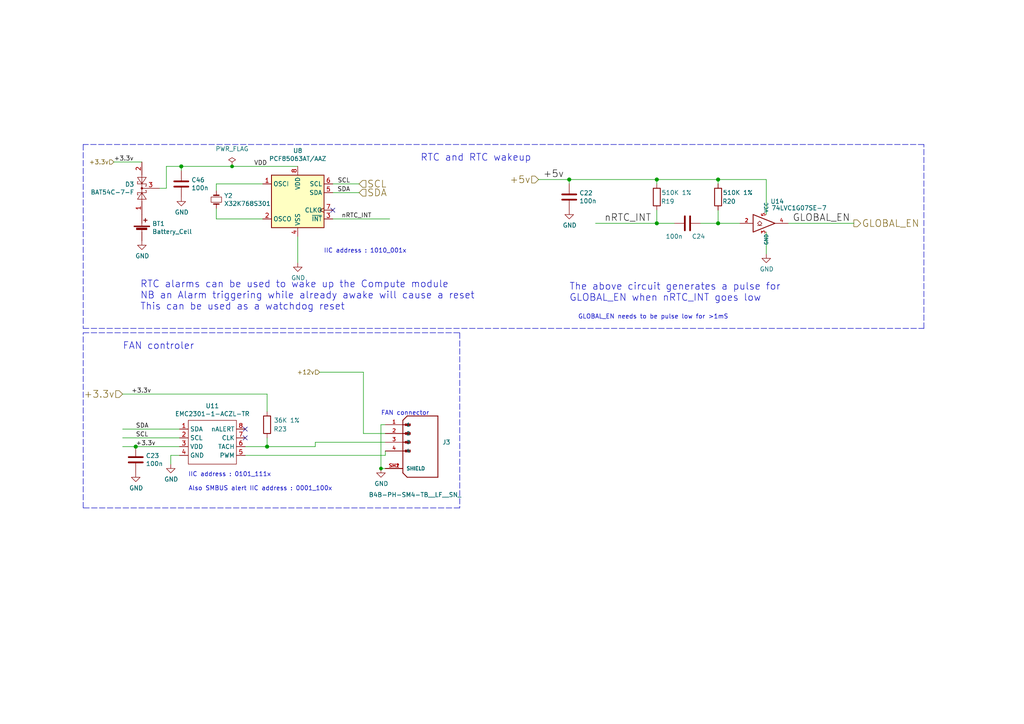
<source format=kicad_sch>
(kicad_sch (version 20250114) (generator "eeschema") (generator_version "9.0")
  (paper "A4")
  (title_block (title "Compute Module 4 - RTC & FAN") (rev "1") (company "Team Fire 180DA/DW"))
  (lib_symbols
    (symbol "B4B-PH-SM4-TB__LF__SN_:B4B-PH-SM4-TB__LF__SN_" (pin_names (offset 1.016))
      (property "Reference" "J" (at 0 8.89 0))
      (property "Value" "B4B-PH-SM4-TB__LF__SN_" (at 0 -12.7 0))
      (symbol "B4B-PH-SM4-TB__LF__SN__0_0"
        (polyline (pts (xy 0 6.35) (xy 0 -8.89)) (stroke (width 0.254)))
        (polyline (pts (xy 0 6.35) (xy 1.27 7.62)) (stroke (width 0.254)))
        (polyline (pts (xy 0 5.08) (xy 1.905 5.08)) (stroke (width 0.254)))
        (polyline (pts (xy 0 2.54) (xy 1.905 2.54)) (stroke (width 0.254)))
        (polyline (pts (xy 0 0) (xy 1.905 0)) (stroke (width 0.254)))
        (polyline (pts (xy 0 -2.54) (xy 1.905 -2.54)) (stroke (width 0.254)))
        (polyline (pts (xy 0 -8.89) (xy 1.27 -10.16)) (stroke (width 0.254)))
        (rectangle (start 0.635 4.7625) (end 2.2225 5.3975) (stroke (width 0.1)) (fill (type outline)))
        (rectangle (start 0.635 2.2225) (end 2.2225 2.8575) (stroke (width 0.1)) (fill (type outline)))
        (rectangle (start 0.635 -0.3175) (end 2.2225 0.3175) (stroke (width 0.1)) (fill (type outline)))
        (rectangle (start 0.635 -2.8575) (end 2.2225 -2.2225) (stroke (width 0.1)) (fill (type outline)))
        (polyline (pts (xy 1.27 -10.16) (xy 10.16 -10.16)) (stroke (width 0.254)))
        (polyline (pts (xy 10.16 7.62) (xy 1.27 7.62)) (stroke (width 0.254)))
        (polyline (pts (xy 10.16 -10.16) (xy 10.16 7.62)) (stroke (width 0.254)))
        (pin passive line (at -5.08 5.08 0) (length 5.08) (name "1") (number "1"))
        (pin passive line (at -5.08 2.54 0) (length 5.08) (name "2") (number "2"))
        (pin passive line (at -5.08 0 0) (length 5.08) (name "3") (number "3"))
        (pin passive line (at -5.08 -2.54 0) (length 5.08) (name "4") (number "4"))
        (pin passive line (at -5.08 -7.62 0) (length 5.08) (name "SHIELD") (number "SH1"))
        (pin passive line (at -5.08 -7.62 0) (length 5.08) (name "SHIELD") (number "SH2"))
      )
    )
    (symbol "CM4IO:74LVC1G07_copy"
      (property "Reference" "U" (at -2.54 3.81 0))
      (property "Value" "74LVC1G07_copy" (at 0 -3.81 0))
      (symbol "74LVC1G07_copy_0_1"
        (polyline (pts (xy -3.81 2.54) (xy -3.81 -2.54) (xy 2.54 0) (xy -3.81 2.54)) (stroke (width 0.254)))
        (polyline (pts (xy -2.54 -0.635) (xy -1.27 -0.635)))
        (polyline (pts (xy -1.905 0.635) (xy -2.54 0) (xy -1.905 -0.635) (xy -1.27 0) (xy -1.905 0.635)))
      )
      (symbol "74LVC1G07_copy_1_1"
        (pin input line (at -7.62 0 0) (length 3.81) (name "~") (number "2"))
        (pin power_in line (at 0 2.54 90) (length 0) (name "VCC") (number "5"))
        (pin power_in line (at 0 -2.54 270) (length 0) (name "GND") (number "3"))
        (pin open_collector line (at 6.35 0 180) (length 3.81) (name "~") (number "4"))
      )
    )
    (symbol "CM4IO:EMC2301"
      (property "Reference" "U" (at -7.62 13.97 0))
      (property "Value" "EMC2301" (at -1.27 -1.27 0))
      (symbol "EMC2301_0_0"
        (pin open_collector line (at -11.43 10.16 0) (length 2.54) (name "SDA") (number "1"))
        (pin open_collector line (at -11.43 7.62 0) (length 2.54) (name "SCL") (number "2"))
        (pin power_in line (at -11.43 5.08 0) (length 2.54) (name "VDD") (number "3"))
        (pin power_in line (at -11.43 2.54 0) (length 2.54) (name "GND") (number "4"))
        (pin open_collector line (at 7.62 10.16 180) (length 2.54) (name "nALERT") (number "8"))
        (pin input line (at 7.62 7.62 180) (length 2.54) (name "CLK") (number "7"))
        (pin input line (at 7.62 5.08 180) (length 2.54) (name "TACH") (number "6"))
        (pin output line (at 7.62 2.54 180) (length 2.54) (name "PWM") (number "5"))
      )
      (symbol "EMC2301_0_1"
        (rectangle (start -8.89 12.7) (end 5.08 0))
      )
    )
    (symbol "Device:Battery_Cell" (pin_numbers (hide yes)) (pin_names (offset 0) (hide yes))
      (property "Reference" "BT" (at 2.54 2.54 0))
      (property "Value" "Battery_Cell" (at 2.54 0 0))
      (symbol "Battery_Cell_0_1"
        (rectangle (start -2.286 1.778) (end 2.286 1.524) (fill (type outline)))
        (rectangle (start -1.5748 1.1938) (end 1.4732 0.6858) (fill (type outline)))
        (polyline (pts (xy 0 1.778) (xy 0 2.54)))
        (polyline (pts (xy 0 0.762) (xy 0 0)))
        (polyline (pts (xy 0.508 3.429) (xy 1.524 3.429)) (stroke (width 0.254)))
        (polyline (pts (xy 1.016 3.937) (xy 1.016 2.921)) (stroke (width 0.254)))
      )
      (symbol "Battery_Cell_1_1"
        (pin passive line (at 0 5.08 270) (length 2.54) (name "+") (number "1"))
        (pin passive line (at 0 -2.54 90) (length 2.54) (name "-") (number "2"))
      )
    )
    (symbol "Device:C" (pin_numbers (hide yes)) (pin_names (offset 0.254))
      (property "Reference" "C" (at 0.635 2.54 0))
      (property "Value" "C" (at 0.635 -2.54 0))
      (symbol "C_0_1"
        (polyline (pts (xy -2.032 0.762) (xy 2.032 0.762)) (stroke (width 0.508)))
        (polyline (pts (xy -2.032 -0.762) (xy 2.032 -0.762)) (stroke (width 0.508)))
      )
      (symbol "C_1_1"
        (pin passive line (at 0 3.81 270) (length 2.794) (name "~") (number "1"))
        (pin passive line (at 0 -3.81 90) (length 2.794) (name "~") (number "2"))
      )
    )
    (symbol "Device:Crystal_Small" (pin_numbers (hide yes)) (pin_names (hide yes))
      (property "Reference" "Y" (at 0 2.54 0))
      (property "Value" "Crystal_Small" (at 0 -2.54 0))
      (symbol "Crystal_Small_0_1"
        (polyline (pts (xy -1.27 -0.762) (xy -1.27 0.762)) (stroke (width 0.381)))
        (rectangle (start -0.762 -1.524) (end 0.762 1.524))
        (polyline (pts (xy 1.27 -0.762) (xy 1.27 0.762)) (stroke (width 0.381)))
      )
      (symbol "Crystal_Small_1_1"
        (pin passive line (at -2.54 0 0) (length 1.27) (name "1") (number "1"))
        (pin passive line (at 2.54 0 180) (length 1.27) (name "2") (number "2"))
      )
    )
    (symbol "Device:R" (pin_numbers (hide yes)) (pin_names (offset 0))
      (property "Reference" "R" (at 2.032 0 90))
      (property "Value" "R" (at 0 0 90))
      (symbol "R_0_1"
        (rectangle (start -1.016 -2.54) (end 1.016 2.54) (stroke (width 0.254)))
      )
      (symbol "R_1_1"
        (pin passive line (at 0 3.81 270) (length 1.27) (name "~") (number "1"))
        (pin passive line (at 0 -3.81 90) (length 1.27) (name "~") (number "2"))
      )
    )
    (symbol "Diode:BAT54C"
      (property "Reference" "D" (at 0.635 -3.81 0))
      (property "Value" "BAT54C" (at -6.35 3.175 0))
      (symbol "BAT54C_0_1"
        (polyline (pts (xy -3.175 -1.27) (xy -3.175 1.27) (xy -1.27 0) (xy -3.175 -1.27)))
        (polyline (pts (xy -1.905 1.27) (xy -1.905 1.016)))
        (polyline (pts (xy -1.905 0) (xy 1.905 0)))
        (polyline (pts (xy -1.27 1.27) (xy -1.905 1.27)))
        (polyline (pts (xy -1.27 1.27) (xy -1.27 -1.27)))
        (polyline (pts (xy -1.27 0) (xy -3.81 0)))
        (polyline (pts (xy -1.27 -1.27) (xy -0.635 -1.27)))
        (polyline (pts (xy -0.635 -1.27) (xy -0.635 -1.016)))
        (circle (center 0 0) (radius 0.254) (fill (type outline)))
        (polyline (pts (xy 0.635 -1.27) (xy 0.635 -1.016)))
        (polyline (pts (xy 1.27 1.27) (xy 1.27 -1.27)))
        (polyline (pts (xy 1.27 1.27) (xy 1.905 1.27)))
        (polyline (pts (xy 1.27 -1.27) (xy 0.635 -1.27)))
        (polyline (pts (xy 1.905 1.27) (xy 1.905 1.016)))
        (polyline (pts (xy 3.175 -1.27) (xy 3.175 1.27) (xy 1.27 0) (xy 3.175 -1.27)))
        (polyline (pts (xy 3.81 0) (xy 1.27 0)))
      )
      (symbol "BAT54C_1_1"
        (pin passive line (at -7.62 0 0) (length 3.81) (name "~") (number "1"))
        (pin passive line (at 0 -5.08 90) (length 5.08) (name "~") (number "3"))
        (pin passive line (at 7.62 0 180) (length 3.81) (name "~") (number "2"))
      )
    )
    (symbol "Timer_RTC:PCF8563T"
      (property "Reference" "U" (at -7.62 8.89 0))
      (property "Value" "PCF8563T" (at 2.54 8.89 0))
      (symbol "PCF8563T_0_1"
        (rectangle (start -7.62 7.62) (end 7.62 -7.62) (stroke (width 0.254)) (fill (type background)))
      )
      (symbol "PCF8563T_1_1"
        (pin input line (at -10.16 5.08 0) (length 2.54) (name "OSCI") (number "1"))
        (pin output line (at -10.16 -5.08 0) (length 2.54) (name "OSCO") (number "2"))
        (pin power_in line (at 0 10.16 270) (length 2.54) (name "VDD") (number "8"))
        (pin power_in line (at 0 -10.16 90) (length 2.54) (name "VSS") (number "4"))
        (pin input line (at 10.16 5.08 180) (length 2.54) (name "SCL") (number "6"))
        (pin bidirectional line (at 10.16 2.54 180) (length 2.54) (name "SDA") (number "5"))
        (pin output clock (at 10.16 -2.54 180) (length 2.54) (name "CLKO") (number "7"))
        (pin output line (at 10.16 -5.08 180) (length 2.54) (name "~{INT}") (number "3"))
      )
    )
    (symbol "power:GND" (power) (pin_names (offset 0))
      (property "Value" "GND" (at 0 -3.81 0))
      (symbol "GND_0_1"
        (polyline (pts (xy 0 0) (xy 0 -1.27) (xy 1.27 -1.27) (xy 0 -2.54) (xy -1.27 -1.27) (xy 0 -1.27)))
      )
      (symbol "GND_1_1"
        (pin power_in line (at 0 0 270) (length 0) (hide yes) (name "GND") (number "1"))
      )
    )
    (symbol "power:PWR_FLAG" (power) (pin_numbers (hide yes)) (pin_names (offset 0) (hide yes))
      (property "Value" "PWR_FLAG" (at 0 3.81 0))
      (symbol "PWR_FLAG_0_0"
        (pin power_out line (at 0 0 90) (length 0) (name "~") (number "1"))
      )
      (symbol "PWR_FLAG_0_1"
        (polyline (pts (xy 0 0) (xy 0 1.27) (xy -1.016 1.905) (xy 0 2.54) (xy 1.016 1.905) (xy 0 1.27)))
      )
    )
  )
  (text "FAN controler" (at 35.56 101.6 0) (effects (font (size 2.0066 2.0066)) (justify left bottom)))
  (text "RTC alarms can be used to wake up the Compute module\nNB an Alarm triggering while already awake will cause a reset \nThis can be used as a watchdog reset " (at 40.64 90.17 0) (effects (font (size 2.0066 2.0066)) (justify left bottom)))
  (text "RTC and RTC wakeup" (at 121.92 46.99 0) (effects (font (size 2.0066 2.0066)) (justify left bottom)))
  (text "IIC address : 1010_001x" (at 93.9038 73.5838 0) (effects (font (size 1.27 1.27)) (justify left bottom)))
  (text "IIC address : 0101_111x" (at 54.61 138.43 0) (effects (font (size 1.27 1.27)) (justify left bottom)))
  (text "Also SMBUS alert IIC address : 0001_100x" (at 54.6354 142.5194 0) (effects (font (size 1.27 1.27)) (justify left bottom)))
  (text "GLOBAL_EN needs to be pulse low for >1mS" (at 167.64 92.71 0) (effects (font (size 1.27 1.27)) (justify left bottom)))
  (text "FAN connector\n" (at 110.49 120.65 0) (effects (font (size 1.27 1.27)) (justify left bottom)))
  (text "The above circuit generates a pulse for\nGLOBAL_EN when nRTC_INT goes low" (at 165.1 87.63 0) (effects (font (size 2.0066 2.0066)) (justify left bottom)))
  (junction (at 165.1 52.07) (diameter 1.016))
  (junction (at 208.28 64.77) (diameter 1.016))
  (junction (at 190.5 64.77) (diameter 1.016))
  (junction (at 77.47 129.54) (diameter 1.016))
  (junction (at 39.37 129.54) (diameter 1.016))
  (junction (at 67.31 48.26))
  (junction (at 190.5 52.07) (diameter 1.016))
  (junction (at 110.49 135.89))
  (junction (at 208.28 52.07) (diameter 1.016))
  (junction (at 52.578 48.26) (diameter 1.016))
  (no_connect (at 71.12 124.46))
  (no_connect (at 96.52 60.96))
  (no_connect (at 71.12 127))
  (wire (pts (xy 35.56 114.3) (xy 77.47 114.3)))
  (wire (pts (xy 208.28 64.77) (xy 208.28 60.96)))
  (wire (pts (xy 111.76 128.27) (xy 91.44 128.27)))
  (wire (pts (xy 62.738 53.34) (xy 76.2 53.34)))
  (wire (pts (xy 52.578 48.26) (xy 67.31 48.26)))
  (wire (pts (xy 86.36 68.58) (xy 86.36 76.2)))
  (wire (pts (xy 105.41 107.95) (xy 92.71 107.95)))
  (wire (pts (xy 190.5 52.07) (xy 190.5 53.34)))
  (wire (pts (xy 48.26 48.26) (xy 52.578 48.26)))
  (wire (pts (xy 91.44 128.27) (xy 91.44 129.54)))
  (wire (pts (xy 52.578 48.26) (xy 52.578 49.5554)))
  (wire (pts (xy 52.07 124.46) (xy 35.56 124.46)))
  (wire (pts (xy 110.49 135.89) (xy 111.76 135.89)))
  (polyline (pts (xy 133.35 147.32) (xy 24.13 147.32)) (stroke (width 0) (type dash)))
  (wire (pts (xy 190.5 64.77) (xy 195.58 64.77)))
  (wire (pts (xy 46.228 54.61) (xy 48.26 54.61)))
  (polyline (pts (xy 24.13 41.91) (xy 24.13 95.25)) (stroke (width 0) (type dash)))
  (wire (pts (xy 62.738 63.5) (xy 62.738 60.452)))
  (polyline (pts (xy 24.13 147.32) (xy 24.13 96.52)) (stroke (width 0) (type dash)))
  (wire (pts (xy 190.5 64.77) (xy 190.5 60.96)))
  (wire (pts (xy 208.28 52.07) (xy 222.25 52.07)))
  (wire (pts (xy 222.25 52.07) (xy 222.25 62.23)))
  (wire (pts (xy 77.47 114.3) (xy 77.47 119.38)))
  (wire (pts (xy 208.28 64.77) (xy 214.63 64.77)))
  (wire (pts (xy 156.21 52.07) (xy 165.1 52.07)))
  (wire (pts (xy 104.14 53.34) (xy 96.52 53.34)))
  (wire (pts (xy 48.26 54.61) (xy 48.26 48.26)))
  (polyline (pts (xy 133.35 96.52) (xy 133.35 147.32)) (stroke (width 0) (type dash)))
  (wire (pts (xy 203.2 64.77) (xy 208.28 64.77)))
  (wire (pts (xy 33.02 46.99) (xy 41.148 46.99)))
  (wire (pts (xy 172.72 64.77) (xy 190.5 64.77)))
  (wire (pts (xy 76.2 63.5) (xy 62.738 63.5)))
  (wire (pts (xy 39.37 129.54) (xy 35.56 129.54)))
  (wire (pts (xy 67.31 48.26) (xy 86.36 48.26)))
  (wire (pts (xy 111.76 125.73) (xy 105.41 125.73)))
  (wire (pts (xy 77.47 129.54) (xy 77.47 127)))
  (wire (pts (xy 228.6 64.77) (xy 247.65 64.77)))
  (wire (pts (xy 190.5 52.07) (xy 208.28 52.07)))
  (wire (pts (xy 105.41 107.95) (xy 105.41 125.73)))
  (wire (pts (xy 165.1 52.07) (xy 190.5 52.07)))
  (wire (pts (xy 111.76 123.19) (xy 110.49 123.19)))
  (wire (pts (xy 165.1 53.34) (xy 165.1 52.07)))
  (wire (pts (xy 222.25 67.31) (xy 222.25 73.66)))
  (wire (pts (xy 104.14 55.88) (xy 96.52 55.88)))
  (wire (pts (xy 77.47 129.54) (xy 91.44 129.54)))
  (wire (pts (xy 71.12 129.54) (xy 77.47 129.54)))
  (wire (pts (xy 49.53 132.08) (xy 49.53 134.62)))
  (wire (pts (xy 110.49 123.19) (xy 110.49 135.89)))
  (wire (pts (xy 208.28 52.07) (xy 208.28 53.34)))
  (wire (pts (xy 71.12 132.08) (xy 111.76 132.08)))
  (polyline (pts (xy 24.13 95.25) (xy 267.97 95.25)) (stroke (width 0) (type dash)))
  (wire (pts (xy 96.52 63.5) (xy 113.03 63.5)))
  (wire (pts (xy 62.738 53.34) (xy 62.738 55.372)))
  (wire (pts (xy 111.76 132.08) (xy 111.76 130.81)))
  (polyline (pts (xy 267.97 95.25) (xy 267.97 41.91)) (stroke (width 0) (type dash)))
  (wire (pts (xy 52.07 129.54) (xy 39.37 129.54)))
  (polyline (pts (xy 267.97 41.91) (xy 24.13 41.91)) (stroke (width 0) (type dash)))
  (wire (pts (xy 52.07 127) (xy 35.56 127)))
  (wire (pts (xy 52.07 132.08) (xy 49.53 132.08)))
  (polyline (pts (xy 24.13 96.52) (xy 133.35 96.52)) (stroke (width 0) (type dash)))
  (label "+5v" (at 157.48 52.07 0) (effects (font (size 2.0066 2.0066))))
  (label "SDA" (at 39.37 124.46 0))
  (label "SDA" (at 101.6 55.88 180))
  (label "SCL" (at 101.6 53.34 180))
  (label "+3.3v" (at 39.37 129.54 0))
  (label "SCL" (at 39.37 127 0))
  (label "GLOBAL_EN" (at 229.87 64.77 0) (effects (font (size 2.0066 2.0066))))
  (label "nRTC_INT" (at 99.06 63.5 0))
  (label "+3.3v" (at 38.1 114.3 0))
  (label "nRTC_INT" (at 175.26 64.77 0) (effects (font (size 2.0066 2.0066))))
  (label "VDD" (at 73.66 48.26 0))
  (label "+3.3v" (at 33.02 46.99 0))
  (hierarchical_label "+5v" (shape input) (at 156.21 52.07 180) (effects (font (size 2.0066 2.0066))))
  (hierarchical_label "+12v" (shape input) (at 92.71 107.95 180))
  (hierarchical_label "+3.3v" (shape input) (at 35.56 114.3 180) (effects (font (size 2.0066 2.0066))))
  (hierarchical_label "+3.3v" (shape input) (at 33.02 46.99 180))
  (hierarchical_label "SCL" (shape input) (at 104.14 53.34 0) (effects (font (size 2.0066 2.0066))))
  (hierarchical_label "SDA" (shape input) (at 104.14 55.88 0) (effects (font (size 2.0066 2.0066))))
  (hierarchical_label "GLOBAL_EN" (shape output) (at 247.65 64.77 0) (effects (font (size 2.0066 2.0066))))
  (symbol (lib_id "CM4IO:EMC2301") (at 63.5 134.62 0) (unit 1)
    (property "Reference" "U11" (at 61.595 117.729 0))
    (property "Value" "EMC2301-1-ACZL-TR" (at 61.595 120.0404 0))
    (property "Footprint" "Package_SO:MSOP-8_3x3mm_P0.65mm" (effects (hide yes)))
    (property "Datasheet" "https://ww1.microchip.com/downloads/en/DeviceDoc/2301.pdf" (effects (hide yes)))
    (property "Field4" "Digikey" (effects (hide yes)))
    (property "Field5" "EMC2301-1-ACZL-CT-ND" (effects (hide yes)))
    (property "Field6" "EMC2301-1-ACZL-TR" (effects (hide yes)))
    (property "Field7" "Microchip" (effects (hide yes)))
    (property "Part Description" "Motor Driver PWM 8-MSOP" (effects (hide yes)))
  )
  (symbol (lib_id "Device:C") (at 39.37 133.35 0) (unit 1)
    (property "Reference" "C23" (at 42.291 132.1816 0) (effects (justify left)))
    (property "Value" "100n" (at 42.291 134.493 0) (effects (justify left)))
    (property "Footprint" "Capacitor_SMD:C_0402_1005Metric" (effects (hide yes)))
    (property "Datasheet" "https://search.murata.co.jp/Ceramy/image/img/A01X/G101/ENG/GRM155R71C104KA88-01.pdf" (effects (hide yes)))
    (property "Field4" "Farnell" (effects (hide yes)))
    (property "Field5" "2611911" (effects (hide yes)))
    (property "Field6" "RM EMK105 B7104KV-F" (effects (hide yes)))
    (property "Field7" "TAIYO YUDEN EUROPE GMBH" (effects (hide yes)))
    (property "Part Description" "	0.1uF 10% 16V Ceramic Capacitor X7R 0402 (1005 Metric)" (effects (hide yes)))
    (property "Field8" "110091611" (effects (hide yes)))
  )
  (symbol (lib_id "power:GND") (at 39.37 137.16 0) (unit 1)
    (property "Reference" "#PWR032" (effects (hide yes)))
    (property "Value" "GND" (at 39.497 141.5542 0))
  )
  (symbol (lib_id "power:GND") (at 110.49 135.89 0) (unit 1)
    (property "Reference" "#PWR035" (effects (hide yes)))
    (property "Value" "GND" (at 110.617 140.2842 0))
  )
  (symbol (lib_id "power:GND") (at 86.36 76.2 0) (unit 1)
    (property "Reference" "#PWR028" (effects (hide yes)))
    (property "Value" "GND" (at 86.487 80.5942 0))
  )
  (symbol (lib_id "Device:Battery_Cell") (at 41.148 67.31 0) (unit 1)
    (property "Reference" "BT1" (at 44.1452 64.8716 0) (effects (justify left)))
    (property "Value" "Battery_Cell" (at 44.1452 67.183 0) (effects (justify left)))
    (property "Footprint" "Battery:BatteryHolder_Keystone_3034_1x20mm" (effects (hide yes)))
    (property "Datasheet" "https://www.keyelco.com/userAssets/file/M65p9.pdf" (effects (hide yes)))
    (property "Field4" "Digikey" (effects (hide yes)))
    (property "Field5" "36-3034-ND" (effects (hide yes)))
    (property "Field6" "3034" (effects (hide yes)))
    (property "Field7" "Keystone" (effects (hide yes)))
    (property "Part Description" "	Battery Retainer Coin, 20.0mm 1 Cell SMD (SMT) Tab" (effects (hide yes)))
  )
  (symbol (lib_id "power:GND") (at 41.148 69.85 0) (unit 1)
    (property "Reference" "#PWR030" (effects (hide yes)))
    (property "Value" "GND" (at 41.275 74.2442 0))
  )
  (symbol (lib_id "CM4IO:74LVC1G07_copy") (at 222.25 64.77 0) (unit 1)
    (property "Reference" "U14" (at 225.425 58.42 0))
    (property "Value" "74LVC1G07SE-7" (at 231.775 60.325 0))
    (property "Footprint" "Package_TO_SOT_SMD:SOT-353_SC-70-5" (effects (hide yes)))
    (property "Datasheet" "https://www.diodes.com/assets/Datasheets/74LVC1G07.pdf" (effects (hide yes)))
    (property "Field4" "Farnell" (effects (hide yes)))
    (property "Field5" "2425492" (effects (hide yes)))
    (property "Field6" "74LVC1G07SE-7" (effects (hide yes)))
    (property "Field7" "Diodes" (effects (hide yes)))
    (property "Part Description" "Buffer, Non-Inverting 1 Element 1 Bit per Element Open Drain Output SOT-353" (effects (hide yes)))
  )
  (symbol (lib_id "Device:R") (at 190.5 57.15 180) (unit 1)
    (property "Reference" "R19" (at 193.675 58.42 0))
    (property "Value" "510K 1%" (at 196.215 55.88 0))
    (property "Footprint" "Resistor_SMD:R_0402_1005Metric" (effects (hide yes)))
    (property "Datasheet" "https://fscdn.rohm.com/en/products/databook/datasheet/passive/resistor/chip_resistor/mcr-e.pdf" (effects (hide yes)))
    (property "Field4" "Farnell" (effects (hide yes)))
    (property "Field5" "1458807" (effects (hide yes)))
    (property "Field7" "Rohm" (effects (hide yes)))
    (property "Field6" "MCR01MZPF5103" (effects (hide yes)))
    (property "Part Description" "Resistor 510K M1005 1% 63mW" (effects (hide yes)))
  )
  (symbol (lib_id "Device:R") (at 208.28 57.15 180) (unit 1)
    (property "Reference" "R20" (at 211.455 58.42 0))
    (property "Value" "510K 1%" (at 213.995 55.88 0))
    (property "Footprint" "Resistor_SMD:R_0402_1005Metric" (effects (hide yes)))
    (property "Datasheet" "https://fscdn.rohm.com/en/products/databook/datasheet/passive/resistor/chip_resistor/mcr-e.pdf" (effects (hide yes)))
    (property "Field4" "Farnell" (effects (hide yes)))
    (property "Field5" "1458807" (effects (hide yes)))
    (property "Field7" "Rohm" (effects (hide yes)))
    (property "Field6" "MCR01MZPF5103" (effects (hide yes)))
    (property "Part Description" "Resistor 510K M1005 1% 63mW" (effects (hide yes)))
  )
  (symbol (lib_id "power:GND") (at 49.53 134.62 0) (unit 1)
    (property "Reference" "#PWR033" (effects (hide yes)))
    (property "Value" "GND" (at 49.657 139.0142 0))
  )
  (symbol (lib_id "Device:C") (at 165.1 57.15 0) (unit 1)
    (property "Reference" "C22" (at 168.021 55.9816 0) (effects (justify left)))
    (property "Value" "100n" (at 168.021 58.293 0) (effects (justify left)))
    (property "Footprint" "Capacitor_SMD:C_0402_1005Metric" (effects (hide yes)))
    (property "Datasheet" "https://search.murata.co.jp/Ceramy/image/img/A01X/G101/ENG/GRM155R71C104KA88-01.pdf" (effects (hide yes)))
    (property "Field4" "Farnell" (effects (hide yes)))
    (property "Field5" "2611911" (effects (hide yes)))
    (property "Field6" "RM EMK105 B7104KV-F" (effects (hide yes)))
    (property "Field7" "TAIYO YUDEN EUROPE GMBH" (effects (hide yes)))
    (property "Part Description" "	0.1uF 10% 16V Ceramic Capacitor X7R 0402 (1005 Metric)" (effects (hide yes)))
    (property "Field8" "110091611" (effects (hide yes)))
  )
  (symbol (lib_id "Device:C") (at 199.39 64.77 270) (unit 1)
    (property "Reference" "C24" (at 200.66 68.58 90) (effects (justify left)))
    (property "Value" "100n" (at 193.04 68.58 90) (effects (justify left)))
    (property "Footprint" "Capacitor_SMD:C_0402_1005Metric" (effects (hide yes)))
    (property "Datasheet" "https://search.murata.co.jp/Ceramy/image/img/A01X/G101/ENG/GRM155R71C104KA88-01.pdf" (effects (hide yes)))
    (property "Field4" "Farnell" (effects (hide yes)))
    (property "Field5" "2611911" (effects (hide yes)))
    (property "Field6" "RM EMK105 B7104KV-F" (effects (hide yes)))
    (property "Field7" "TAIYO YUDEN EUROPE GMBH" (effects (hide yes)))
    (property "Part Description" "	0.1uF 10% 16V Ceramic Capacitor X7R 0402 (1005 Metric)" (effects (hide yes)))
    (property "Field8" "110091611" (effects (hide yes)))
  )
  (symbol (lib_id "power:GND") (at 222.25 73.66 0) (unit 1)
    (property "Reference" "#PWR034" (effects (hide yes)))
    (property "Value" "GND" (at 222.377 78.0542 0))
  )
  (symbol (lib_id "power:GND") (at 165.1 60.96 0) (unit 1)
    (property "Reference" "#PWR031" (effects (hide yes)))
    (property "Value" "GND" (at 165.227 65.3542 0))
  )
  (symbol (lib_id "Timer_RTC:PCF8563T") (at 86.36 58.42 0) (unit 1)
    (property "Reference" "U8" (at 86.36 43.7134 0))
    (property "Value" "PCF85063AT/AAZ" (at 86.36 46.0248 0))
    (property "Footprint" "Package_SO:SOIC-8_3.9x4.9mm_P1.27mm" (effects (hide yes)))
    (property "Datasheet" "https://www.nxp.com/docs/en/data-sheet/PCF85063A.pdf" (effects (hide yes)))
    (property "Field4" "Farnell" (effects (hide yes)))
    (property "Field5" "2890042" (effects (hide yes)))
    (property "Field7" "NXP" (effects (hide yes)))
    (property "Field6" "PCF85063AT/AAZ" (effects (hide yes)))
    (property "Part Description" "Real Time Clock (RTC) IC Clock/Calendar I²C, 2-Wire Serial 8-SOIC (0.154\", 3.90mm Width)" (effects (hide yes)))
  )
  (symbol (lib_id "Device:Crystal_Small") (at 62.738 57.912 90) (unit 1)
    (property "Reference" "Y2" (at 64.9732 56.769 90) (effects (justify right)))
    (property "Value" "X32K768S301" (at 64.9732 59.055 90) (effects (justify right)))
    (property "Footprint" "Crystal:Crystal_SMD_3215-2Pin_3.2x1.5mm" (effects (hide yes)))
    (property "Field6" "X32K768S301" (effects (hide yes)))
    (property "Field7" "AEL" (effects (hide yes)))
    (property "Part Description" "Crystal 32.768KHz 7pF 20pmm" (effects (hide yes)))
  )
  (symbol (lib_id "Diode:BAT54C") (at 41.148 54.61 90) (unit 1)
    (property "Reference" "D3" (at 38.9382 53.467 90) (effects (justify left)))
    (property "Value" "BAT54C-7-F" (at 38.9382 55.753 90) (effects (justify left)))
    (property "Footprint" "Package_TO_SOT_SMD:SOT-23" (effects (hide yes)))
    (property "Datasheet" "http://www.farnell.com/datasheets/2861240.pdf?_ga=2.129831176.54358802.1587372871-1787849031.1568210898&_gac=1.175311126.1587399424.EAIaIQobChMInOvF07P36AIVw7HtCh0NWwCeEAAYAyAAEgI0YfD_BwE" (effects (hide yes)))
    (property "Field4" "Farnell" (effects (hide yes)))
    (property "Field5" "2306010" (effects (hide yes)))
    (property "Field6" "BAT54C-7-F" (effects (hide yes)))
    (property "Field7" "Rohm" (effects (hide yes)))
    (property "Part Description" "Diode Array 1 Pair Common Cathode Schottky 30V 200mA (DC) Surface Mount TO-236-3, SC-59, SOT-23-3" (effects (hide yes)))
  )
  (symbol (lib_id "B4B-PH-SM4-TB__LF__SN_:B4B-PH-SM4-TB__LF__SN_") (at 116.84 128.27 0) (unit 1)
    (property "Reference" "J3" (at 128.27 128.2699 0) (effects (justify left)))
    (property "Value" "B4B-PH-SM4-TB__LF__SN_" (at 106.934 143.51 0) (effects (justify left)))
    (property "Footprint" "B4B-PH-SM4-TB__LF__SN_:JST_B4B-PH-SM4-TB__LF__SN_" (effects (hide yes)))
    (property "MF" "JST Sales" (effects (hide yes)))
    (property "MAXIMUM_PACKAGE_HEIGHT" "6.6mm" (effects (hide yes)))
    (property "Package" "NON STANDARD-4 JST" (effects (hide yes)))
    (property "Price" "None" (effects (hide yes)))
    (property "Check_prices" "https://www.snapeda.com/parts/B4B-PH-SM4-TB%20(LF)(SN)/JST/view-part/?ref=eda" (effects (hide yes)))
    (property "STANDARD" "Manufacturer Recommendations" (effects (hide yes)))
    (property "PARTREV" "N/A" (effects (hide yes)))
    (property "SnapEDA_Link" "https://www.snapeda.com/parts/B4B-PH-SM4-TB%20(LF)(SN)/JST/view-part/?ref=snap" (effects (hide yes)))
    (property "MP" "B4B-PH-SM4-TB (LF)(SN)" (effects (hide yes)))
    (property "Description_1" "Connector Header Surface Mount 4 position 0.079 (2.00mm)" (effects (hide yes)))
    (property "SNAPEDA_PN" "B4B-PH-SM4-TBT(LF)(SN)" (effects (hide yes)))
    (property "Availability" "In Stock" (effects (hide yes)))
    (property "MANUFACTURER" "JST" (effects (hide yes)))
  )
  (symbol (lib_id "power:PWR_FLAG") (at 67.31 48.26 0) (unit 1)
    (property "Reference" "#FLG04" (effects (hide yes)))
    (property "Value" "PWR_FLAG" (at 67.31 43.18 0))
    (property "Description" "Special symbol for telling ERC where power comes from" (effects (hide yes)))
  )
  (symbol (lib_id "power:GND") (at 52.578 57.1754 0) (unit 1)
    (property "Reference" "#PWR03" (effects (hide yes)))
    (property "Value" "GND" (at 52.705 61.5696 0))
  )
  (symbol (lib_id "Device:R") (at 77.47 123.19 180) (unit 1)
    (property "Reference" "R23" (at 81.28 124.46 0))
    (property "Value" "36K 1%" (at 83.185 121.92 0))
    (property "Footprint" "Resistor_SMD:R_0402_1005Metric" (effects (hide yes)))
    (property "Datasheet" "https://fscdn.rohm.com/en/products/databook/datasheet/passive/resistor/chip_resistor/mcr-e.pdf" (effects (hide yes)))
    (property "Field4" "Farnell" (effects (hide yes)))
    (property "Field5" "1458788" (effects (hide yes)))
    (property "Field7" "Rohm" (effects (hide yes)))
    (property "Field6" "MCR01MZPF3602" (effects (hide yes)))
    (property "Part Description" "Resistor 36K M1005 1% 63mW" (effects (hide yes)))
  )
  (symbol (lib_id "Device:C") (at 52.578 53.3654 0) (unit 1)
    (property "Reference" "C46" (at 55.499 52.197 0) (effects (justify left)))
    (property "Value" "100n" (at 55.499 54.5084 0) (effects (justify left)))
    (property "Footprint" "Capacitor_SMD:C_0402_1005Metric" (effects (hide yes)))
    (property "Datasheet" "https://search.murata.co.jp/Ceramy/image/img/A01X/G101/ENG/GRM155R71C104KA88-01.pdf" (effects (hide yes)))
    (property "Field4" "Farnell" (effects (hide yes)))
    (property "Field5" "2611911" (effects (hide yes)))
    (property "Field6" "RM EMK105 B7104KV-F" (effects (hide yes)))
    (property "Field7" "TAIYO YUDEN EUROPE GMBH" (effects (hide yes)))
    (property "Part Description" "	0.1uF 10% 16V Ceramic Capacitor X7R 0402 (1005 Metric)" (effects (hide yes)))
    (property "Field8" "110091611" (effects (hide yes)))
  )
)
</source>
